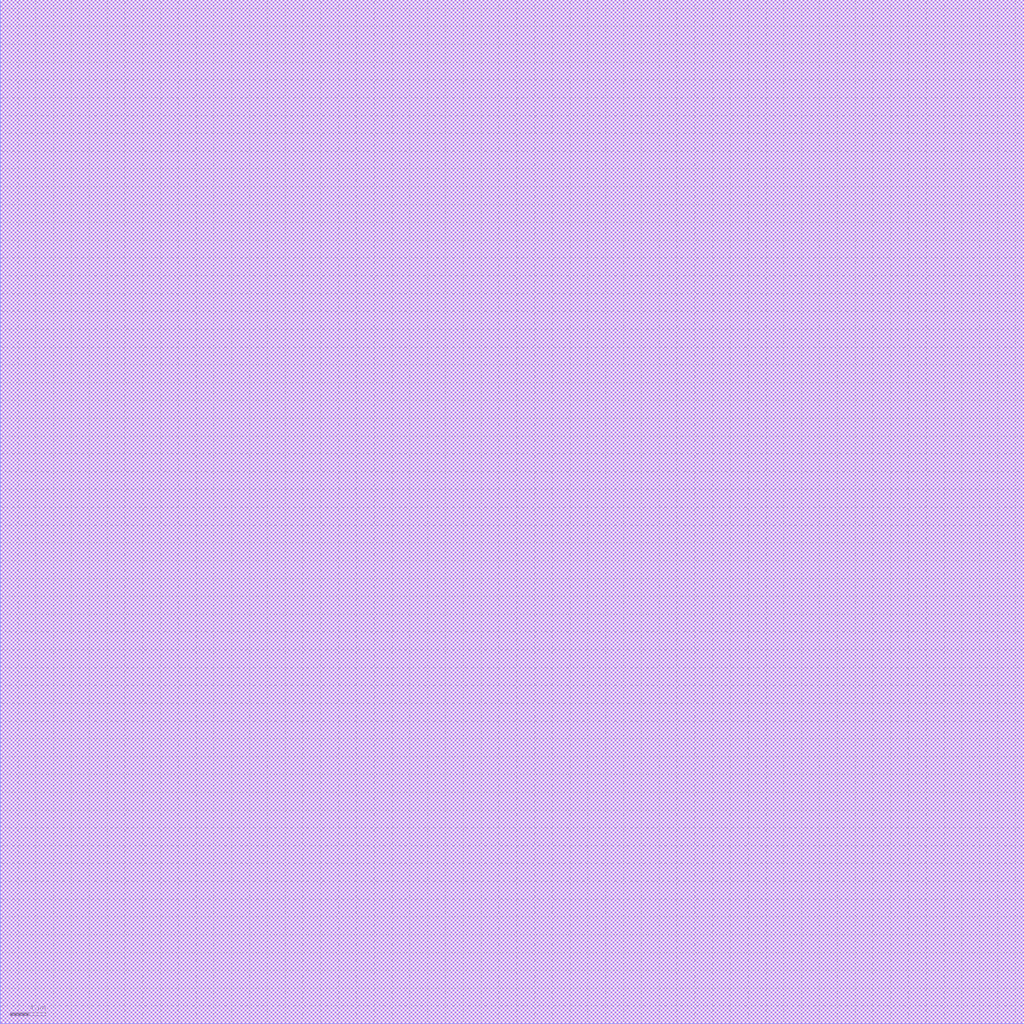
<source format=lef>
###############################################################################
#TSMC Library/IP Product
#Filename: tpa018nv_5lm.lef
#Technology: log018
#Product Type: Standard I/O
#Product Name: tpa018nv
#Version: 270a
###############################################################################
# 
#STATEMENT OF USE
#
#This information contains confidential and proprietary information of TSMC.
#No part of this information may be reproduced, transmitted, transcribed,
#stored in a retrieval system, or translated into any human or computer
#language, in any form or by any means, electronic, mechanical, magnetic,
#optical, chemical, manual, or otherwise, without the prior written permission
#of TSMC. This information was prepared for informational purpose and is for
#use by TSMC's customers only. TSMC reserves the right to make changes in the
#information at any time and without notice.
# 
###############################################################################

SITE pad
    SYMMETRY x y r90 ;
    CLASS pad ;
    SIZE 0.005 BY 115.000 ;
END pad 

SITE corner
    SYMMETRY x y r90 ;
    CLASS pad ;
    SIZE 115.000 BY 115.000 ;
END corner

MACRO PCLAMP
    CLASS BLOCK ;
    FOREIGN PCLAMP 0.000 0.000  ;
    ORIGIN 0.000 0.000 ;
    SIZE 115.000 BY 56.000 ;
    SYMMETRY x y r90 ;
    PIN VSSESD
        DIRECTION INOUT ;
        PORT
        LAYER METAL3 ;
        RECT  28.055 0.000 57.945 2.000 ;
        RECT  28.055 54.000 57.945 56.000 ;
        RECT  2.055 0.000 25.055 2.000 ;
        RECT  2.055 54.000 25.055 56.000 ;
        END
    END VSSESD
    PIN VDDESD
        DIRECTION INOUT ;
        PORT
        LAYER METAL3 ;
        RECT  86.945 0.000 108.505 2.000 ;
        RECT  86.945 54.000 108.505 56.000 ;
        RECT  60.945 0.000 83.945 2.000 ;
        RECT  60.945 54.000 83.945 56.000 ;
        END
    END VDDESD
    OBS
        LAYER METAL1 ;
        RECT  0.000 0.000 115.000 56.000 ;
        LAYER METAL2 ;
        RECT  0.000 0.000 115.000 56.000 ;
        LAYER METAL3 ;
        RECT  108.785 0.000 115.000 56.000 ;
        RECT  86.665 2.280 108.785 53.720 ;
        RECT  84.225 0.000 86.665 56.000 ;
        RECT  60.665 2.280 84.225 53.720 ;
        RECT  58.225 0.000 60.665 56.000 ;
        RECT  27.775 2.280 58.225 53.720 ;
        RECT  25.335 0.000 27.775 56.000 ;
        RECT  1.775 2.280 25.335 53.720 ;
        RECT  0.000 0.000 1.775 56.000 ;
    END
END PCLAMP

MACRO PCORNERA
    CLASS ENDCAP BOTTOMLEFT ;
    FOREIGN PCORNERA 0.000 0.000  ;
    ORIGIN 0.000 0.000 ;
    SIZE 115.000 BY 115.000 ;
    SYMMETRY x y r90 ;
    SITE corner ;
    OBS
        LAYER METAL1 ;
        RECT  0.000 0.000 115.000 115.000 ;
        LAYER METAL2 ;
        RECT  0.000 0.000 115.000 115.000 ;
        LAYER METAL3 ;
        RECT  0.000 0.000 115.000 115.000 ;
    END
END PCORNERA

MACRO PDB1A
    CLASS PAD ;
    FOREIGN PDB1A 0.000 0.000  ;
    ORIGIN 0.000 0.000 ;
    SIZE 50.000 BY 115.000 ;
    SYMMETRY x y r90 ;
    SITE pad ;
    PIN AIO
        DIRECTION INOUT ;
        PORT
        LAYER METAL2 ;
        RECT  20.000 111.840 30.000 115.000 ;
        RECT  20.000 0.000 30.000 3.160 ;
        LAYER METAL3 ;
        RECT  20.000 0.000 30.000 3.160 ;
        END
    END AIO
    OBS
        LAYER METAL1 ;
        RECT  0.000 0.000 50.000 115.000 ;
        LAYER METAL2 ;
        RECT  30.280 0.000 50.000 115.000 ;
        RECT  19.720 3.440 30.280 111.560 ;
        RECT  0.000 0.000 19.720 115.000 ;
        LAYER VIA23 ;
        RECT  20.415 0.160 29.515 3.020 ;
        LAYER METAL3 ;
        RECT  30.280 0.000 50.000 115.000 ;
        RECT  19.720 3.440 30.280 115.000 ;
        RECT  0.000 0.000 19.720 115.000 ;
    END
END PDB1A

MACRO PDB1AC
    CLASS PAD ;
    FOREIGN PDB1AC 0.000 0.000  ;
    ORIGIN 0.000 0.000 ;
    SIZE 50.000 BY 115.000 ;
    SYMMETRY x y r90 ;
    SITE pad ;
    PIN AIO
        DIRECTION INOUT ;
        PORT
        LAYER METAL2 ;
        RECT  20.000 111.840 30.000 115.000 ;
        RECT  20.000 0.000 30.000 3.160 ;
        LAYER METAL3 ;
        RECT  20.000 0.000 30.000 3.160 ;
        END
    END AIO
    OBS
        LAYER METAL1 ;
        RECT  0.000 0.000 50.000 115.000 ;
        LAYER METAL2 ;
        RECT  30.280 0.000 50.000 115.000 ;
        RECT  19.720 3.440 30.280 111.560 ;
        RECT  0.000 0.000 19.720 115.000 ;
        LAYER VIA23 ;
        RECT  20.415 0.160 29.515 3.020 ;
        LAYER METAL3 ;
        RECT  30.280 0.000 50.000 115.000 ;
        RECT  19.720 3.440 30.280 115.000 ;
        RECT  0.000 0.000 19.720 115.000 ;
    END
END PDB1AC

MACRO PDB2A
    CLASS PAD ;
    FOREIGN PDB2A 0.000 0.000  ;
    ORIGIN 0.000 0.000 ;
    SIZE 50.000 BY 115.000 ;
    SYMMETRY x y r90 ;
    SITE pad ;
    PIN AIO
        DIRECTION INOUT ;
        PORT
        LAYER METAL2 ;
        RECT  20.000 111.840 30.000 115.000 ;
        RECT  20.000 0.000 30.000 3.160 ;
        LAYER METAL3 ;
        RECT  20.000 0.000 30.000 3.160 ;
        END
    END AIO
    OBS
        LAYER METAL1 ;
        RECT  0.000 0.000 50.000 115.000 ;
        LAYER METAL2 ;
        RECT  30.280 0.000 50.000 115.000 ;
        RECT  19.720 3.440 30.280 111.560 ;
        RECT  0.000 0.000 19.720 115.000 ;
        LAYER VIA23 ;
        RECT  20.415 0.160 29.515 3.020 ;
        LAYER METAL3 ;
        RECT  30.280 0.000 50.000 115.000 ;
        RECT  19.720 3.440 30.280 115.000 ;
        RECT  0.000 0.000 19.720 115.000 ;
    END
END PDB2A

MACRO PDB2AC
    CLASS PAD ;
    FOREIGN PDB2AC 0.000 0.000  ;
    ORIGIN 0.000 0.000 ;
    SIZE 50.000 BY 115.000 ;
    SYMMETRY x y r90 ;
    SITE pad ;
    PIN AIO
        DIRECTION INOUT ;
        PORT
        LAYER METAL2 ;
        RECT  20.000 111.840 30.000 115.000 ;
        RECT  20.000 0.000 30.000 3.160 ;
        LAYER METAL3 ;
        RECT  20.000 0.000 30.000 3.160 ;
        END
    END AIO
    OBS
        LAYER METAL1 ;
        RECT  0.000 0.000 50.000 115.000 ;
        LAYER METAL2 ;
        RECT  30.280 0.000 50.000 115.000 ;
        RECT  19.720 3.440 30.280 111.560 ;
        RECT  0.000 0.000 19.720 115.000 ;
        LAYER VIA23 ;
        RECT  20.415 0.160 29.515 3.020 ;
        LAYER METAL3 ;
        RECT  30.280 0.000 50.000 115.000 ;
        RECT  19.720 3.440 30.280 115.000 ;
        RECT  0.000 0.000 19.720 115.000 ;
    END
END PDB2AC

MACRO PDB3A
    CLASS PAD ;
    FOREIGN PDB3A 0.000 0.000  ;
    ORIGIN 0.000 0.000 ;
    SIZE 50.000 BY 115.000 ;
    SYMMETRY x y r90 ;
    SITE pad ;
    PIN AIO
        DIRECTION INOUT ;
        PORT
        LAYER METAL2 ;
        RECT  25.945 111.840 39.945 115.000 ;
        RECT  10.055 111.840 24.055 115.000 ;
        LAYER METAL3 ;
        RECT  25.945 0.000 39.945 3.160 ;
        LAYER METAL2 ;
        RECT  25.945 0.000 39.945 3.160 ;
        RECT  10.055 0.000 24.055 3.160 ;
        LAYER METAL3 ;
        RECT  10.055 0.000 24.055 3.160 ;
        END
    END AIO
    OBS
        LAYER METAL1 ;
        RECT  0.000 0.000 50.000 115.000 ;
        LAYER METAL2 ;
        RECT  40.225 0.000 50.000 115.000 ;
        RECT  25.665 3.440 40.225 111.560 ;
        RECT  24.335 0.000 25.665 115.000 ;
        RECT  9.775 3.440 24.335 111.560 ;
        RECT  0.000 0.000 9.775 115.000 ;
        LAYER VIA23 ;
        RECT  26.170 0.150 39.430 3.010 ;
        RECT  10.570 0.150 23.830 3.010 ;
        LAYER METAL3 ;
        RECT  40.225 0.000 50.000 115.000 ;
        RECT  25.665 3.440 40.225 115.000 ;
        RECT  24.335 0.000 25.665 115.000 ;
        RECT  9.775 3.440 24.335 115.000 ;
        RECT  0.000 0.000 9.775 115.000 ;
    END
END PDB3A

MACRO PDB3AC
    CLASS PAD ;
    FOREIGN PDB3AC 0.000 0.000  ;
    ORIGIN 0.000 0.000 ;
    SIZE 50.000 BY 115.000 ;
    SYMMETRY x y r90 ;
    SITE pad ;
    PIN AIO
        DIRECTION INOUT ;
        PORT
        LAYER METAL2 ;
        RECT  25.945 111.840 39.945 115.000 ;
        RECT  10.055 111.840 24.055 115.000 ;
        LAYER METAL3 ;
        RECT  25.945 0.000 39.945 3.160 ;
        LAYER METAL2 ;
        RECT  25.945 0.000 39.945 3.160 ;
        RECT  10.055 0.000 24.055 3.160 ;
        LAYER METAL3 ;
        RECT  10.055 0.000 24.055 3.160 ;
        END
    END AIO
    OBS
        LAYER METAL1 ;
        RECT  0.000 0.000 50.000 115.000 ;
        LAYER METAL2 ;
        RECT  40.225 0.000 50.000 115.000 ;
        RECT  25.665 3.440 40.225 111.560 ;
        RECT  24.335 0.000 25.665 115.000 ;
        RECT  9.775 3.440 24.335 111.560 ;
        RECT  0.000 0.000 9.775 115.000 ;
        LAYER VIA23 ;
        RECT  26.170 0.150 39.430 3.010 ;
        RECT  10.570 0.150 23.830 3.010 ;
        LAYER METAL3 ;
        RECT  40.225 0.000 50.000 115.000 ;
        RECT  25.665 3.440 40.225 115.000 ;
        RECT  24.335 0.000 25.665 115.000 ;
        RECT  9.775 3.440 24.335 115.000 ;
        RECT  0.000 0.000 9.775 115.000 ;
    END
END PDB3AC

MACRO PFILLER0005A
    CLASS PAD ;
    FOREIGN PFILLER0005A 0.000 0.000  ;
    ORIGIN 0.000 0.000 ;
    SIZE 0.005 BY 115.000 ;
    SYMMETRY x y r90 ;
    SITE pad ;
    OBS
        LAYER METAL1 ;
        RECT  0.000 0.000 0.005 115.000 ;
        LAYER METAL2 ;
        RECT  0.000 0.000 0.005 115.000 ;
        LAYER METAL3 ;
        RECT  0.000 0.000 0.005 115.000 ;
    END
END PFILLER0005A

MACRO PFILLER05A
    CLASS PAD ;
    FOREIGN PFILLER05A 0.000 0.000  ;
    ORIGIN 0.000 0.000 ;
    SIZE 0.500 BY 115.000 ;
    SYMMETRY x y r90 ;
    SITE pad ;
    OBS
        LAYER METAL1 ;
        RECT  0.000 0.000 0.500 115.000 ;
        LAYER METAL2 ;
        RECT  0.000 0.000 0.500 115.000 ;
        LAYER METAL3 ;
        RECT  0.000 0.000 0.500 115.000 ;
    END
END PFILLER05A

MACRO PFILLER10A
    CLASS PAD ;
    FOREIGN PFILLER10A 0.000 0.000  ;
    ORIGIN 0.000 0.000 ;
    SIZE 10.000 BY 115.000 ;
    SYMMETRY x y r90 ;
    SITE pad ;
    OBS
        LAYER METAL1 ;
        RECT  0.000 0.000 10.000 115.000 ;
        LAYER METAL2 ;
        RECT  0.000 0.000 10.000 115.000 ;
        LAYER METAL3 ;
        RECT  0.000 0.000 10.000 115.000 ;
    END
END PFILLER10A

MACRO PFILLER1A
    CLASS PAD ;
    FOREIGN PFILLER1A 0.000 0.000  ;
    ORIGIN 0.000 0.000 ;
    SIZE 1.000 BY 115.000 ;
    SYMMETRY x y r90 ;
    SITE pad ;
    OBS
        LAYER METAL1 ;
        RECT  0.000 0.000 1.000 115.000 ;
        LAYER METAL2 ;
        RECT  0.000 0.000 1.000 115.000 ;
        LAYER METAL3 ;
        RECT  0.000 0.000 1.000 115.000 ;
    END
END PFILLER1A

MACRO PFILLER20A
    CLASS PAD ;
    FOREIGN PFILLER20A 0.000 0.000  ;
    ORIGIN 0.000 0.000 ;
    SIZE 20.000 BY 115.000 ;
    SYMMETRY x y r90 ;
    SITE pad ;
    OBS
        LAYER METAL1 ;
        RECT  0.000 0.000 20.000 115.000 ;
        LAYER METAL2 ;
        RECT  0.000 0.000 20.000 115.000 ;
        LAYER METAL3 ;
        RECT  0.000 0.000 20.000 115.000 ;
    END
END PFILLER20A

MACRO PFILLER5A
    CLASS PAD ;
    FOREIGN PFILLER5A 0.000 0.000  ;
    ORIGIN 0.000 0.000 ;
    SIZE 5.000 BY 115.000 ;
    SYMMETRY x y r90 ;
    SITE pad ;
    OBS
        LAYER METAL1 ;
        RECT  0.000 0.000 5.000 115.000 ;
        LAYER METAL2 ;
        RECT  0.000 0.000 5.000 115.000 ;
        LAYER METAL3 ;
        RECT  0.000 0.000 5.000 115.000 ;
    END
END PFILLER5A

MACRO PRCUTA
    CLASS PAD ;
    FOREIGN PRCUTA 0.000 0.000  ;
    ORIGIN 0.000 0.000 ;
    SIZE 25.000 BY 115.000 ;
    SYMMETRY x y r90 ;
    SITE pad ;
    OBS
        LAYER METAL1 ;
        RECT  0.000 0.000 25.000 115.000 ;
        LAYER METAL2 ;
        RECT  0.000 0.000 25.000 115.000 ;
        LAYER METAL3 ;
        RECT  0.000 0.000 25.000 115.000 ;
    END
END PRCUTA

MACRO PVDD3A
    CLASS PAD ;
    FOREIGN PVDD3A 0.000 0.000  ;
    ORIGIN 0.000 0.000 ;
    SIZE 50.000 BY 115.000 ;
    SYMMETRY x y r90 ;
    SITE pad ;
    PIN TAVDD
        DIRECTION INOUT ;
        PORT
        LAYER METAL3 ;
        RECT  27.740 0.000 47.740 3.160 ;
        LAYER METAL2 ;
        RECT  27.740 0.000 47.740 3.160 ;
        LAYER METAL1 ;
        RECT  27.740 0.000 47.740 3.160 ;
        RECT  2.260 0.000 22.260 3.160 ;
        LAYER METAL2 ;
        RECT  2.260 0.000 22.260 3.160 ;
        LAYER METAL3 ;
        RECT  2.260 0.000 22.260 3.160 ;
        END
    END TAVDD
    PIN AVDD
        DIRECTION INOUT ;
        PORT
        LAYER METAL2 ;
        RECT  26.520 114.000 46.520 115.000 ;
        LAYER METAL1 ;
        RECT  26.520 114.000 46.520 115.000 ;
        RECT  3.480 114.000 23.480 115.000 ;
        LAYER METAL2 ;
        RECT  3.480 114.000 23.480 115.000 ;
        END
    END AVDD
    OBS
        LAYER METAL1 ;
        RECT  47.970 0.000 50.000 115.000 ;
        RECT  46.750 3.390 47.970 115.000 ;
        RECT  27.510 3.390 46.750 113.770 ;
        RECT  26.290 0.000 27.510 113.770 ;
        RECT  23.710 0.000 26.290 115.000 ;
        RECT  22.490 0.000 23.710 113.770 ;
        RECT  3.250 3.390 22.490 113.770 ;
        RECT  2.030 3.390 3.250 115.000 ;
        RECT  0.000 0.000 2.030 115.000 ;
        LAYER VIA12 ;
        RECT  27.740 0.150 47.230 3.010 ;
        RECT  26.520 114.050 46.450 114.830 ;
        RECT  3.550 114.050 23.480 114.830 ;
        RECT  2.770 0.150 22.260 3.010 ;
        LAYER METAL2 ;
        RECT  48.020 0.000 50.000 115.000 ;
        RECT  46.800 3.440 48.020 115.000 ;
        RECT  27.460 3.440 46.800 113.720 ;
        RECT  26.240 0.000 27.460 113.720 ;
        RECT  23.760 0.000 26.240 115.000 ;
        RECT  22.540 0.000 23.760 113.720 ;
        RECT  3.200 3.440 22.540 113.720 ;
        RECT  1.980 3.440 3.200 115.000 ;
        RECT  0.000 0.000 1.980 115.000 ;
        LAYER VIA23 ;
        RECT  27.740 0.150 47.230 3.010 ;
        RECT  2.770 0.150 22.260 3.010 ;
        LAYER METAL3 ;
        RECT  48.020 0.000 50.000 115.000 ;
        RECT  27.460 3.440 48.020 115.000 ;
        RECT  22.540 0.000 27.460 115.000 ;
        RECT  1.980 3.440 22.540 115.000 ;
        RECT  0.000 0.000 1.980 115.000 ;
    END
END PVDD3A

MACRO PVDD3AC
    CLASS PAD ;
    FOREIGN PVDD3AC 0.000 0.000  ;
    ORIGIN 0.000 0.000 ;
    SIZE 50.000 BY 115.000 ;
    SYMMETRY x y r90 ;
    SITE pad ;
    PIN TACVDD
        DIRECTION INOUT ;
        PORT
        LAYER METAL3 ;
        RECT  27.740 0.000 47.740 3.160 ;
        LAYER METAL2 ;
        RECT  27.740 0.000 47.740 3.160 ;
        LAYER METAL1 ;
        RECT  27.740 0.000 47.740 3.160 ;
        RECT  2.260 0.000 22.260 3.160 ;
        LAYER METAL2 ;
        RECT  2.260 0.000 22.260 3.160 ;
        LAYER METAL3 ;
        RECT  2.260 0.000 22.260 3.160 ;
        END
    END TACVDD
    PIN AVDD
        DIRECTION INOUT ;
        PORT
        LAYER METAL2 ;
        RECT  26.660 114.000 46.660 115.000 ;
        LAYER METAL1 ;
        RECT  26.660 114.000 46.660 115.000 ;
        RECT  3.340 114.000 23.340 115.000 ;
        LAYER METAL2 ;
        RECT  3.340 114.000 23.340 115.000 ;
        END
    END AVDD
    OBS
        LAYER METAL1 ;
        RECT  47.970 0.000 50.000 115.000 ;
        RECT  46.890 3.390 47.970 115.000 ;
        RECT  27.510 3.390 46.890 113.770 ;
        RECT  26.430 0.000 27.510 113.770 ;
        RECT  23.570 0.000 26.430 115.000 ;
        RECT  22.490 0.000 23.570 113.770 ;
        RECT  3.110 3.390 22.490 113.770 ;
        RECT  2.030 3.390 3.110 115.000 ;
        RECT  0.000 0.000 2.030 115.000 ;
        LAYER VIA12 ;
        RECT  27.740 0.150 47.230 3.010 ;
        RECT  26.660 114.050 46.450 114.830 ;
        RECT  3.550 114.050 23.340 114.830 ;
        RECT  2.770 0.150 22.260 3.010 ;
        LAYER METAL2 ;
        RECT  48.020 0.000 50.000 115.000 ;
        RECT  46.940 3.440 48.020 115.000 ;
        RECT  27.460 3.440 46.940 113.720 ;
        RECT  26.380 0.000 27.460 113.720 ;
        RECT  23.620 0.000 26.380 115.000 ;
        RECT  22.540 0.000 23.620 113.720 ;
        RECT  3.060 3.440 22.540 113.720 ;
        RECT  1.980 3.440 3.060 115.000 ;
        RECT  0.000 0.000 1.980 115.000 ;
        LAYER VIA23 ;
        RECT  27.740 0.150 47.230 3.010 ;
        RECT  2.770 0.150 22.260 3.010 ;
        LAYER METAL3 ;
        RECT  48.020 0.000 50.000 115.000 ;
        RECT  27.460 3.440 48.020 115.000 ;
        RECT  22.540 0.000 27.460 115.000 ;
        RECT  1.980 3.440 22.540 115.000 ;
        RECT  0.000 0.000 1.980 115.000 ;
    END
END PVDD3AC

MACRO PVSS3A
    CLASS PAD ;
    FOREIGN PVSS3A 0.000 0.000  ;
    ORIGIN 0.000 0.000 ;
    SIZE 50.000 BY 115.000 ;
    SYMMETRY x y r90 ;
    SITE pad ;
    PIN AVSS
        DIRECTION INOUT ;
        PORT
        LAYER METAL3 ;
        RECT  27.740 0.000 47.740 3.160 ;
        LAYER METAL2 ;
        RECT  27.740 0.000 47.740 3.160 ;
        LAYER METAL1 ;
        RECT  27.740 0.000 47.740 3.160 ;
        LAYER METAL2 ;
        RECT  26.470 114.000 46.470 115.000 ;
        LAYER METAL1 ;
        RECT  26.470 114.000 46.470 115.000 ;
        LAYER METAL2 ;
        RECT  3.530 114.000 23.530 115.000 ;
        LAYER METAL1 ;
        RECT  3.530 114.000 23.530 115.000 ;
        RECT  2.260 0.000 22.260 3.160 ;
        LAYER METAL2 ;
        RECT  2.260 0.000 22.260 3.160 ;
        LAYER METAL3 ;
        RECT  2.260 0.000 22.260 3.160 ;
        END
    END AVSS
    OBS
        LAYER METAL1 ;
        RECT  47.970 0.000 50.000 115.000 ;
        RECT  46.700 3.390 47.970 115.000 ;
        RECT  27.510 3.390 46.700 113.770 ;
        RECT  26.240 0.000 27.510 113.770 ;
        RECT  23.760 0.000 26.240 115.000 ;
        RECT  22.490 0.000 23.760 113.770 ;
        RECT  3.300 3.390 22.490 113.770 ;
        RECT  2.030 3.390 3.300 115.000 ;
        RECT  0.000 0.000 2.030 115.000 ;
        LAYER VIA12 ;
        RECT  27.740 0.150 47.230 3.010 ;
        RECT  26.690 114.050 46.190 114.830 ;
        RECT  3.810 114.050 23.310 114.830 ;
        RECT  2.770 0.150 22.260 3.010 ;
        LAYER METAL2 ;
        RECT  48.020 0.000 50.000 115.000 ;
        RECT  46.750 3.440 48.020 115.000 ;
        RECT  27.460 3.440 46.750 113.720 ;
        RECT  26.190 0.000 27.460 113.720 ;
        RECT  23.810 0.000 26.190 115.000 ;
        RECT  22.540 0.000 23.810 113.720 ;
        RECT  3.250 3.440 22.540 113.720 ;
        RECT  1.980 3.440 3.250 115.000 ;
        RECT  0.000 0.000 1.980 115.000 ;
        LAYER VIA23 ;
        RECT  27.740 0.150 47.230 3.010 ;
        RECT  2.770 0.150 22.260 3.010 ;
        LAYER METAL3 ;
        RECT  48.020 0.000 50.000 115.000 ;
        RECT  27.460 3.440 48.020 115.000 ;
        RECT  22.540 0.000 27.460 115.000 ;
        RECT  1.980 3.440 22.540 115.000 ;
        RECT  0.000 0.000 1.980 115.000 ;
    END
END PVSS3A

MACRO PVSS3AC
    CLASS PAD ;
    FOREIGN PVSS3AC 0.000 0.000  ;
    ORIGIN 0.000 0.000 ;
    SIZE 50.000 BY 115.000 ;
    SYMMETRY x y r90 ;
    SITE pad ;
    PIN AVSS
        DIRECTION INOUT ;
        PORT
        LAYER METAL3 ;
        RECT  27.740 0.000 47.740 3.160 ;
        LAYER METAL2 ;
        RECT  27.740 0.000 47.740 3.160 ;
        LAYER METAL1 ;
        RECT  27.740 0.000 47.740 3.160 ;
        LAYER METAL2 ;
        RECT  26.470 114.000 46.470 115.000 ;
        LAYER METAL1 ;
        RECT  26.470 114.000 46.470 115.000 ;
        LAYER METAL2 ;
        RECT  3.530 114.000 23.530 115.000 ;
        LAYER METAL1 ;
        RECT  3.530 114.000 23.530 115.000 ;
        RECT  2.260 0.000 22.260 3.160 ;
        LAYER METAL2 ;
        RECT  2.260 0.000 22.260 3.160 ;
        LAYER METAL3 ;
        RECT  2.260 0.000 22.260 3.160 ;
        END
    END AVSS
    OBS
        LAYER METAL1 ;
        RECT  47.970 0.000 50.000 115.000 ;
        RECT  46.700 3.390 47.970 115.000 ;
        RECT  27.510 3.390 46.700 113.770 ;
        RECT  26.240 0.000 27.510 113.770 ;
        RECT  23.760 0.000 26.240 115.000 ;
        RECT  22.490 0.000 23.760 113.770 ;
        RECT  3.300 3.390 22.490 113.770 ;
        RECT  2.030 3.390 3.300 115.000 ;
        RECT  0.000 0.000 2.030 115.000 ;
        LAYER VIA12 ;
        RECT  27.740 0.150 47.230 3.010 ;
        RECT  26.690 114.050 46.190 114.830 ;
        RECT  3.810 114.050 23.310 114.830 ;
        RECT  2.770 0.150 22.260 3.010 ;
        LAYER METAL2 ;
        RECT  48.020 0.000 50.000 115.000 ;
        RECT  46.750 3.440 48.020 115.000 ;
        RECT  27.460 3.440 46.750 113.720 ;
        RECT  26.190 0.000 27.460 113.720 ;
        RECT  23.810 0.000 26.190 115.000 ;
        RECT  22.540 0.000 23.810 113.720 ;
        RECT  3.250 3.440 22.540 113.720 ;
        RECT  1.980 3.440 3.250 115.000 ;
        RECT  0.000 0.000 1.980 115.000 ;
        LAYER VIA23 ;
        RECT  27.740 0.150 47.230 3.010 ;
        RECT  2.770 0.150 22.260 3.010 ;
        LAYER METAL3 ;
        RECT  48.020 0.000 50.000 115.000 ;
        RECT  27.460 3.440 48.020 115.000 ;
        RECT  22.540 0.000 27.460 115.000 ;
        RECT  1.980 3.440 22.540 115.000 ;
        RECT  0.000 0.000 1.980 115.000 ;
    END
END PVSS3AC

END LIBRARY

</source>
